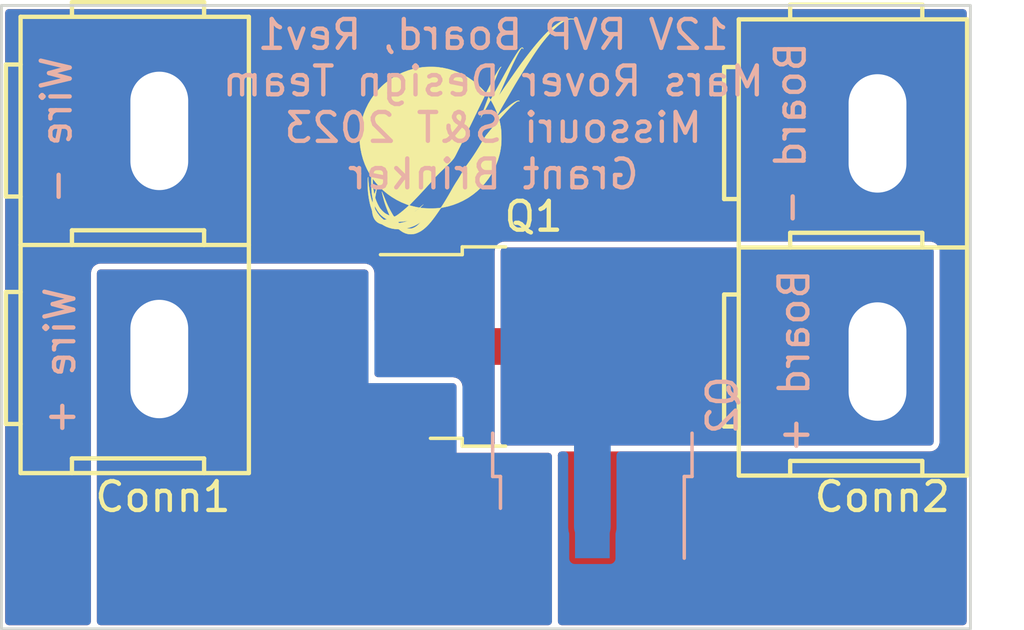
<source format=kicad_pcb>
(kicad_pcb (version 20211014) (generator pcbnew)
  (layers (0 "F.Cu" signal) (31 "B.Cu" signal) (34 "B.Paste" user) (35 "F.Paste" user) (36 "B.SilkS" user "B.Silkscreen") (37 "F.SilkS" user "F.Silkscreen") (38 "B.Mask" user) (39 "F.Mask" user) (44 "Edge.Cuts" user))
  (net 0 "")
  (net 1 "GND")
  (net 2 "Net-(Conn1-Pad2)")
  (net 3 "+36V")
  (footprint "Package_TO_SOT_SMD:TO-252-3_TabPin2" (layer "F.Cu") (at 158.115 69.977)
    (fp_text reference "Q1" (at 0 -4.5) (layer "F.SilkS"))
    (fp_text value "Q_PMOS_GDS")
    (fp_line (start -2.47 -3.45) (end -2.47 -3.18) (layer "F.SilkS") (width 0.12))
    (fp_line (start -0.97 3.45) (end -2.47 3.45) (layer "F.SilkS") (width 0.12))
    (fp_line (start -2.47 3.45) (end -2.47 3.18) (layer "F.SilkS") (width 0.12))
    (fp_line (start -2.47 3.18) (end -3.57 3.18) (layer "F.SilkS") (width 0.12))
    (fp_line (start -0.97 -3.45) (end -2.47 -3.45) (layer "F.SilkS") (width 0.12))
    (fp_line (start -2.47 -3.18) (end -5.3 -3.18) (layer "F.SilkS") (width 0.12))
    (pad "1" smd rect (at -4.2 -2.28) (size 2.2 1.2) (layers "F.Cu" "F.Paste" "F.Mask") (net 1 "GND"))
    (pad "2" smd rect (at -4.2 0) (size 2.2 1.2) (layers "F.Cu" "F.Paste" "F.Mask") (net 3 "+36V"))
    (pad "2" smd rect (at 2.1 0) (size 6.4 5.8) (layers "F.Cu" "F.Mask") (net 3 "+36V"))
    (pad "3" smd rect (at -4.2 2.28) (size 2.2 1.2) (layers "F.Cu" "F.Paste" "F.Mask") (net 2 "Net-(Conn1-Pad2)"))
  )
  (footprint "MRDT_Silkscreens:0_MRDT_Logo_7.5mm" (layer "F.Cu") (at 155.829 62.357)
    (fp_text reference "G***" hide)
    (fp_text value "LOGO" hide)
    (fp_poly (pts (xy 3.612401 -3.730434) (xy 3.6613 -3.723382) (xy 3.701114 -3.711807) (xy 3.707187 -3.709178) (xy 3.731558 -3.697884) (xy 3.709147 -3.701675) (xy 3.631145 -3.710423) (xy 3.558085 -3.70984) (xy 3.493284 -3.699963) (xy 3.490608 -3.699299) (xy 3.415095 -3.674466) (xy 3.336405 -3.637255) (xy 3.25427 -3.587447) (xy 3.168422 -3.524823) (xy 3.078592 -3.449166) (xy 2.984511 -3.360257) (xy 2.885912 -3.257876) (xy 2.782526 -3.141807) (xy 2.731008 -3.081032) (xy 2.68328 -3.023388) (xy 2.637682 -2.967177) (xy 2.593501 -2.911366) (xy 2.550022 -2.854921) (xy 2.50653 -2.796809) (xy 2.462311 -2.735999) (xy 2.41665 -2.671457) (xy 2.368832 -2.602149) (xy 2.318144 -2.527044) (xy 2.26387 -2.445107) (xy 2.205296 -2.355307) (xy 2.141708 -2.256611) (xy 2.072391 -2.147984) (xy 1.996629 -2.028395) (xy 1.932962 -1.927412) (xy 1.787775 -1.693288) (xy 1.648132 -1.461188) (xy 1.516277 -1.234858) (xy 1.483092 -1.176618) (xy 1.453103 -1.123999) (xy 1.418358 -1.06348) (xy 1.38172 -1.000015) (xy 1.346048 -0.93856) (xy 1.314748 -0.884999) (xy 1.283574 -0.831559) (xy 1.249377 -0.772377) (xy 1.214797 -0.712058) (xy 1.182473 -0.655206) (xy 1.155045 -0.606426) (xy 1.154168 -0.604852) (xy 1.130513 -0.562485) (xy 1.108072 -0.522426) (xy 1.088339 -0.487332) (xy 1.072806 -0.459857) (xy 1.062966 -0.442655) (xy 1.062657 -0.442122) (xy 1.043864 -0.409862) (xy 1.014862 -0.486946) (xy 0.99965 -0.525069) (xy 0.980739 -0.568853) (xy 0.959075 -0.616436) (xy 0.935609 -0.665958) (xy 0.911289 -0.715557) (xy 0.887064 -0.763372) (xy 0.863882 -0.807541) (xy 0.842693 -0.846203) (xy 0.824444 -0.877497) (xy 0.810086 -0.899561) (xy 0.800566 -0.910535) (xy 0.798498 -0.911412) (xy 0.793478 -0.905166) (xy 0.782703 -0.887847) (xy 0.767415 -0.86158) (xy 0.748857 -0.828494) (xy 0.73192 -0.797486) (xy 0.704572 -0.747039) (xy 0.675246 -0.69329) (xy 0.644836 -0.637843) (xy 0.614235 -0.582304) (xy 0.584335 -0.528278) (xy 0.556031 -0.477371) (xy 0.530214 -0.431188) (xy 0.507779 -0.391334) (xy 0.489618 -0.359415) (xy 0.476625 -0.337036) (xy 0.469692 -0.325803) (xy 0.469054 -0.324971) (xy 0.468536 -0.32825) (xy 0.472507 -0.342979) (xy 0.480212 -0.366617) (xy 0.487918 -0.388471) (xy 0.506633 -0.439894) (xy 0.527437 -0.496621) (xy 0.549734 -0.557068) (xy 0.57293 -0.619652) (xy 0.596431 -0.682788) (xy 0.619641 -0.744894) (xy 0.641967 -0.804384) (xy 0.662814 -0.859676) (xy 0.681586 -0.909186) (xy 0.69769 -0.951329) (xy 0.710531 -0.984523) (xy 0.719513 -1.007183) (xy 0.724044 -1.017725) (xy 0.724364 -1.018241) (xy 0.730665 -1.01532) (xy 0.742484 -1.002243) (xy 0.757556 -0.981609) (xy 0.761756 -0.975286) (xy 0.777339 -0.952255) (xy 0.790039 -0.935112) (xy 0.797585 -0.926881) (xy 0.798362 -0.926567) (xy 0.803092 -0.932927) (xy 0.813726 -0.950623) (xy 0.8292 -0.977776) (xy 0.848451 -1.012506) (xy 0.870416 -1.05293) (xy 0.881529 -1.073652) (xy 0.9077 -1.122381) (xy 0.939035 -1.18028) (xy 0.973418 -1.243472) (xy 1.008736 -1.308077) (xy 1.042876 -1.370217) (xy 1.063599 -1.407747) (xy 1.09368 -1.462187) (xy 1.129015 -1.526288) (xy 1.167706 -1.596597) (xy 1.207853 -1.669659) (xy 1.247556 -1.742018) (xy 1.284916 -1.81022) (xy 1.297941 -1.83403) (xy 1.358475 -1.943859) (xy 1.417934 -2.050029) (xy 1.475673 -2.151456) (xy 1.531048 -2.247063) (xy 1.583416 -2.335766) (xy 1.632132 -2.416488) (xy 1.676552 -2.488146) (xy 1.716032 -2.54966) (xy 1.749928 -2.599949) (xy 1.775531 -2.635248) (xy 1.811393 -2.678491) (xy 1.843378 -2.709582) (xy 1.870954 -2.728225) (xy 1.893593 -2.734125) (xy 1.910763 -2.726985) (xy 1.918742 -2.715208) (xy 1.926137 -2.695252) (xy 1.92741 -2.68352) (xy 1.923201 -2.681953) (xy 1.914152 -2.692494) (xy 1.912242 -2.695524) (xy 1.897827 -2.713034) (xy 1.884433 -2.717928) (xy 1.884256 -2.717896) (xy 1.870216 -2.708935) (xy 1.850771 -2.686557) (xy 1.826158 -2.651183) (xy 1.796612 -2.603231) (xy 1.76237 -2.54312) (xy 1.723669 -2.471271) (xy 1.680743 -2.388102) (xy 1.63383 -2.294032) (xy 1.583167 -2.18948) (xy 1.565086 -2.15153) (xy 1.547279 -2.113587) (xy 1.525545 -2.066587) (xy 1.500431 -2.011761) (xy 1.472484 -1.950338) (xy 1.442249 -1.883547) (xy 1.410275 -1.812617) (xy 1.377108 -1.738779) (xy 1.343295 -1.663261) (xy 1.309383 -1.587293) (xy 1.275918 -1.512105) (xy 1.243448 -1.438926) (xy 1.212519 -1.368986) (xy 1.183679 -1.303513) (xy 1.157473 -1.243739) (xy 1.13445 -1.190891) (xy 1.115155 -1.1462) (xy 1.100136 -1.110894) (xy 1.089939 -1.086205) (xy 1.085112 -1.07336) (xy 1.084829 -1.071779) (xy 1.089402 -1.077124) (xy 1.101115 -1.093233) (xy 1.118807 -1.118441) (xy 1.14132 -1.151086) (xy 1.167497 -1.189506) (xy 1.187823 -1.219605) (xy 1.221708 -1.269646) (xy 1.261824 -1.328364) (xy 1.307148 -1.394295) (xy 1.356656 -1.465976) (xy 1.409323 -1.541943) (xy 1.464127 -1.620735) (xy 1.520042 -1.700889) (xy 1.576045 -1.78094) (xy 1.631112 -1.859427) (xy 1.684219 -1.934886) (xy 1.734341 -2.005855) (xy 1.780456 -2.07087) (xy 1.821539 -2.128469) (xy 1.856566 -2.177188) (xy 1.884513 -2.215565) (xy 1.892397 -2.226236) (xy 2.028769 -2.407571) (xy 2.158821 -2.575797) (xy 2.282835 -2.731208) (xy 2.401093 -2.874097) (xy 2.513877 -3.004759) (xy 2.621469 -3.123487) (xy 2.724151 -3.230576) (xy 2.822204 -3.32632) (xy 2.915912 -3.411013) (xy 3.005555 -3.484948) (xy 3.091416 -3.54842) (xy 3.173777 -3.601723) (xy 3.25292 -3.645151) (xy 3.253441 -3.64541) (xy 3.312435 -3.673565) (xy 3.362646 -3.694701) (xy 3.40775 -3.710041) (xy 3.451427 -3.72081) (xy 3.497354 -3.728231) (xy 3.505245 -3.729199) (xy 3.558891 -3.732522) (xy 3.612401 -3.730434)) (layer "F.SilkS") (width 0.01) (fill solid))
    (fp_poly (pts (xy 0.463176 -0.31003) (xy 0.459441 -0.306294) (xy 0.455706 -0.31003) (xy 0.459441 -0.313765) (xy 0.463176 -0.31003)) (layer "F.SilkS") (width 0.01) (fill solid))
    (fp_poly (pts (xy 1.164063 -2.064908) (xy 1.160151 -2.055904) (xy 1.147428 -2.03675) (xy 1.140129 -2.026415) (xy 1.126475 -2.006259) (xy 1.113096 -1.984136) (xy 1.099154 -1.958276) (xy 1.083809 -1.92691) (xy 1.066222 -1.888269) (xy 1.045552 -1.840584) (xy 1.020961 -1.782085) (xy 0.999068 -1.729148) (xy 0.980449 -1.68344) (xy 0.957485 -1.626311) (xy 0.931172 -1.560296) (xy 0.902506 -1.487927) (xy 0.872482 -1.41174) (xy 0.842095 -1.334267) (xy 0.812342 -1.258042) (xy 0.784218 -1.185599) (xy 0.758719 -1.119472) (xy 0.736839 -1.062195) (xy 0.732486 -1.050704) (xy 0.724422 -1.029377) (xy 0.682519 -1.086756) (xy 0.663992 -1.110745) (xy 0.648348 -1.128455) (xy 0.637751 -1.137567) (xy 0.634736 -1.137964) (xy 0.630556 -1.130337) (xy 0.620451 -1.110382) (xy 0.604977 -1.079232) (xy 0.584689 -1.038024) (xy 0.560142 -0.98789) (xy 0.531892 -0.929967) (xy 0.500492 -0.865388) (xy 0.466499 -0.795289) (xy 0.430468 -0.720803) (xy 0.416089 -0.69103) (xy 0.333305 -0.519637) (xy 0.256487 -0.360809) (xy 0.185181 -0.213618) (xy 0.118932 -0.077138) (xy 0.057289 0.04956) (xy -0.000204 0.167402) (xy -0.053998 0.277316) (xy -0.104549 0.380229) (xy -0.15231 0.477068) (xy -0.197733 0.568761) (xy -0.241273 0.656236) (xy -0.283383 0.740418) (xy -0.307353 0.788147) (xy -0.33984 0.853124) (xy -0.367581 0.908983) (xy -0.391563 0.957004) (xy -0.412772 0.998471) (xy -0.432195 1.034667) (xy -0.450819 1.066873) (xy -0.469629 1.096373) (xy -0.489613 1.124449) (xy -0.511758 1.152384) (xy -0.53705 1.18146) (xy -0.566475 1.21296) (xy -0.601021 1.248166) (xy -0.641673 1.288362) (xy -0.689418 1.334829) (xy -0.745244 1.38885) (xy -0.810137 1.451708) (xy -0.840442 1.481159) (xy -0.895103 1.534645) (xy -0.948581 1.587532) (xy -0.99948 1.638402) (xy -1.046404 1.685837) (xy -1.087958 1.728419) (xy -1.122747 1.764728) (xy -1.149375 1.793346) (xy -1.164875 1.810953) (xy -1.207029 1.860518) (xy -1.258146 1.919126) (xy -1.31673 1.985148) (xy -1.381287 2.056958) (xy -1.450322 2.132925) (xy -1.522338 2.211423) (xy -1.595843 2.290822) (xy -1.669339 2.369495) (xy -1.741334 2.445813) (xy -1.81033 2.518149) (xy -1.874834 2.584873) (xy -1.885389 2.595687) (xy -1.921087 2.632312) (xy -1.952961 2.665212) (xy -1.979633 2.692949) (xy -1.999727 2.714087) (xy -2.011863 2.727185) (xy -2.014911 2.730919) (xy -2.005728 2.73419) (xy -1.984924 2.740175) (xy -1.95541 2.748132) (xy -1.920101 2.757318) (xy -1.881911 2.766989) (xy -1.843751 2.776404) (xy -1.808537 2.78482) (xy -1.779181 2.791493) (xy -1.76784 2.793898) (xy -1.719861 2.802945) (xy -1.684993 2.807709) (xy -1.662058 2.808279) (xy -1.649878 2.804742) (xy -1.648075 2.80278) (xy -1.640937 2.795738) (xy -1.624787 2.781743) (xy -1.602335 2.763105) (xy -1.586001 2.749879) (xy -1.527736 2.703139) (xy -1.586692 2.758745) (xy -1.645649 2.814351) (xy -1.62031 2.818886) (xy -1.575397 2.825382) (xy -1.521567 2.830644) (xy -1.460857 2.834687) (xy -1.395309 2.837526) (xy -1.326961 2.839176) (xy -1.257854 2.839651) (xy -1.190026 2.838967) (xy -1.125519 2.837139) (xy -1.06637 2.834181) (xy -1.014621 2.830109) (xy -0.97231 2.824937) (xy -0.941478 2.81868) (xy -0.928118 2.813819) (xy -0.919576 2.805005) (xy -0.904457 2.784521) (xy -0.883566 2.753686) (xy -0.85771 2.713822) (xy -0.827694 2.666246) (xy -0.794323 2.61228) (xy -0.758403 2.553243) (xy -0.720741 2.490455) (xy -0.682141 2.425235) (xy -0.643409 2.358904) (xy -0.605351 2.292781) (xy -0.568772 2.228186) (xy -0.548927 2.192617) (xy -0.517435 2.136798) (xy -0.483613 2.078521) (xy -0.449432 2.021069) (xy -0.416864 1.967725) (xy -0.387881 1.921771) (xy -0.369453 1.893794) (xy -0.341883 1.851696) (xy -0.309864 1.800549) (xy -0.275918 1.744521) (xy -0.242565 1.687778) (xy -0.212325 1.634488) (xy -0.209299 1.629021) (xy -0.172173 1.56343) (xy -0.135664 1.502808) (xy -0.097147 1.44308) (xy -0.053995 1.380172) (xy -0.004688 1.311521) (xy 0.1009 1.163995) (xy 0.200677 1.01824) (xy 0.296963 0.870662) (xy 0.392078 0.717665) (xy 0.488341 0.555656) (xy 0.533072 0.478117) (xy 0.559914 0.431994) (xy 0.584339 0.392181) (xy 0.60855 0.355558) (xy 0.634748 0.319007) (xy 0.665134 0.279407) (xy 0.701911 0.233639) (xy 0.728136 0.201706) (xy 0.76433 0.157801) (xy 0.800332 0.114009) (xy 0.834101 0.072819) (xy 0.863594 0.036725) (xy 0.886771 0.008219) (xy 0.896418 -0.003736) (xy 0.919636 -0.032337) (xy 0.949033 -0.068102) (xy 0.981115 -0.106801) (xy 1.012392 -0.14421) (xy 1.017563 -0.150357) (xy 1.043029 -0.181192) (xy 1.064637 -0.208491) (xy 1.0807 -0.23003) (xy 1.08953 -0.243586) (xy 1.090706 -0.24667) (xy 1.088712 -0.257888) (xy 1.083584 -0.278276) (xy 1.076596 -0.303442) (xy 1.069025 -0.328996) (xy 1.062147 -0.350547) (xy 1.057237 -0.363702) (xy 1.056147 -0.365593) (xy 1.049624 -0.362568) (xy 1.035607 -0.351467) (xy 1.018223 -0.335711) (xy 1.000982 -0.320175) (xy 0.992912 -0.315027) (xy 0.994476 -0.320556) (xy 0.994888 -0.321236) (xy 1.005333 -0.339397) (xy 1.018182 -0.363249) (xy 1.023251 -0.373052) (xy 1.033446 -0.392215) (xy 1.039699 -0.399656) (xy 1.044622 -0.39708) (xy 1.04891 -0.389792) (xy 1.052931 -0.383679) (xy 1.058009 -0.381585) (xy 1.066065 -0.384709) (xy 1.079018 -0.394252) (xy 1.09879 -0.411415) (xy 1.1273 -0.437399) (xy 1.132094 -0.441805) (xy 1.216648 -0.518894) (xy 1.291976 -0.586126) (xy 1.359189 -0.644429) (xy 1.419401 -0.694731) (xy 1.473725 -0.737961) (xy 1.523273 -0.775046) (xy 1.569158 -0.806915) (xy 1.572558 -0.809171) (xy 1.633376 -0.846829) (xy 1.685417 -0.873636) (xy 1.728424 -0.889499) (xy 1.762137 -0.894328) (xy 1.786297 -0.88803) (xy 1.789206 -0.886025) (xy 1.797181 -0.879039) (xy 1.795696 -0.875628) (xy 1.782588 -0.874461) (xy 1.770124 -0.874297) (xy 1.736819 -0.869357) (xy 1.703773 -0.85355) (xy 1.702302 -0.852624) (xy 1.676136 -0.834136) (xy 1.642246 -0.807403) (xy 1.603386 -0.774832) (xy 1.56231 -0.73883) (xy 1.52177 -0.701804) (xy 1.484521 -0.666161) (xy 1.456764 -0.637973) (xy 1.433713 -0.613401) (xy 1.404511 -0.581898) (xy 1.370692 -0.545153) (xy 1.333788 -0.504854) (xy 1.295334 -0.462691) (xy 1.25686 -0.420352) (xy 1.219901 -0.379526) (xy 1.18599 -0.341902) (xy 1.156658 -0.309168) (xy 1.133439 -0.283014) (xy 1.117866 -0.265128) (xy 1.112758 -0.258976) (xy 1.096292 -0.238043) (xy 1.116498 -0.147036) (xy 1.133096 -0.06799) (xy 1.146002 0.004352) (xy 1.155704 0.074214) (xy 1.162691 0.145818) (xy 1.167451 0.223389) (xy 1.170472 0.311149) (xy 1.170727 0.321961) (xy 1.171663 0.44341) (xy 1.168408 0.554275) (xy 1.160573 0.658417) (xy 1.147772 0.7597) (xy 1.129618 0.861988) (xy 1.105969 0.968127) (xy 1.054257 1.150228) (xy 0.988882 1.32693) (xy 0.91037 1.497514) (xy 0.819249 1.661262) (xy 0.716043 1.817457) (xy 0.60128 1.96538) (xy 0.475485 2.104315) (xy 0.339184 2.233544) (xy 0.192904 2.352348) (xy 0.03717 2.46001) (xy -0.008257 2.488181) (xy -0.163293 2.574247) (xy -0.325471 2.649535) (xy -0.492306 2.713107) (xy -0.661313 2.764028) (xy -0.830008 2.801361) (xy -0.847912 2.804508) (xy -0.887183 2.812502) (xy -0.912522 2.820746) (xy -0.924744 2.829291) (xy -0.931521 2.838955) (xy -0.945482 2.859084) (xy -0.96535 2.887829) (xy -0.989847 2.923341) (xy -1.017698 2.963771) (xy -1.039672 2.995706) (xy -1.121656 3.112097) (xy -1.198779 3.215614) (xy -1.271883 3.307191) (xy -1.341809 3.387763) (xy -1.409399 3.458267) (xy -1.475493 3.519637) (xy -1.540933 3.572809) (xy -1.59032 3.608025) (xy -1.633847 3.634601) (xy -1.683955 3.660941) (xy -1.735892 3.684844) (xy -1.784905 3.70411) (xy -1.823205 3.715818) (xy -1.88447 3.726696) (xy -1.950764 3.731533) (xy -2.015575 3.730106) (xy -2.063326 3.724053) (xy -2.151856 3.699685) (xy -2.236703 3.660865) (xy -2.317753 3.607648) (xy -2.345809 3.58512) (xy -2.367465 3.568256) (xy -2.385093 3.559502) (xy -2.405134 3.556309) (xy -2.419379 3.556) (xy -2.519493 3.550132) (xy -2.621078 3.533187) (xy -2.645237 3.52663) (xy -2.093141 3.52663) (xy -2.082799 3.533117) (xy -2.073089 3.53615) (xy -2.058919 3.53778) (xy -2.034411 3.538579) (xy -2.00415 3.538428) (xy -1.994647 3.53818) (xy -1.951069 3.535033) (xy -1.91511 3.527795) (xy -1.884241 3.516998) (xy -1.833743 3.493941) (xy -1.788551 3.467537) (xy -1.744636 3.435018) (xy -1.697968 3.393617) (xy -1.681424 3.377677) (xy -1.657009 3.353355) (xy -1.638861 3.334429) (xy -1.628327 3.322375) (xy -1.626749 3.31867) (xy -1.628589 3.319637) (xy -1.705804 3.367594) (xy -1.772522 3.405837) (xy -1.829312 3.434692) (xy -1.83203 3.435954) (xy -1.872121 3.453138) (xy -1.918037 3.470698) (xy -1.965624 3.487239) (xy -2.010729 3.501362) (xy -2.049199 3.511673) (xy -2.069446 3.515793) (xy -2.088663 3.520702) (xy -2.093141 3.52663) (xy -2.645237 3.52663) (xy -2.720691 3.506152) (xy -2.81489 3.470012) (xy -2.900234 3.425755) (xy -2.922476 3.41178) (xy -2.948201 3.396812) (xy -2.973487 3.385178) (xy -2.988236 3.380522) (xy -3.007688 3.374744) (xy -3.035027 3.364305) (xy -3.064817 3.351306) (xy -3.069162 3.349265) (xy -3.128924 3.312747) (xy -3.12902 3.312656) (xy -2.401514 3.312656) (xy -2.399036 3.318579) (xy -2.392053 3.326587) (xy -2.390405 3.328342) (xy -2.381059 3.337558) (xy -2.371771 3.343256) (xy -2.359652 3.345522) (xy -2.341813 3.344445) (xy -2.315365 3.340111) (xy -2.277419 3.332608) (xy -2.273749 3.331863) (xy -2.243221 3.325056) (xy -2.208246 3.316299) (xy -2.171528 3.306392) (xy -2.135772 3.296135) (xy -2.103682 3.286328) (xy -2.07796 3.27777) (xy -2.061312 3.27126) (xy -2.05644 3.2676) (xy -2.056445 3.267594) (xy -2.064526 3.267563) (xy -2.083731 3.269831) (xy -2.110499 3.273946) (xy -2.121901 3.275897) (xy -2.154492 3.280856) (xy -2.196507 3.286143) (xy -2.242461 3.291119) (xy -2.285742 3.295051) (xy -2.331755 3.298806) (xy -2.364608 3.301894) (xy -2.386031 3.304864) (xy -2.397756 3.308268) (xy -2.401514 3.312656) (xy -3.12902 3.312656) (xy -3.180742 3.264122) (xy -3.224116 3.204235) (xy -3.258546 3.133936) (xy -3.283532 3.054069) (xy -3.298574 2.965484) (xy -3.299182 2.959584) (xy -3.304439 2.927459) (xy -3.31367 2.889367) (xy -3.324971 2.853073) (xy -3.326073 2.850029) (xy -3.355315 2.760027) (xy -3.359077 2.745441) (xy -3.213499 2.745441) (xy -3.210241 2.798876) (xy -3.206939 2.831415) (xy -3.200215 2.858094) (xy -3.187919 2.886007) (xy -3.178554 2.903464) (xy -3.114985 3.006287) (xy -3.045965 3.095608) (xy -2.971021 3.172014) (xy -2.939677 3.198769) (xy -2.894853 3.235081) (xy -2.846294 3.23045) (xy -2.821 3.227655) (xy -2.802338 3.224874) (xy -2.794623 3.222822) (xy -2.793022 3.22081) (xy -2.794448 3.218158) (xy -2.801249 3.213202) (xy -2.815773 3.204278) (xy -2.84037 3.189725) (xy -2.846294 3.186234) (xy -2.927943 3.131218) (xy -3.001257 3.066886) (xy -3.06743 2.991907) (xy -3.127655 2.90495) (xy -3.176366 2.818079) (xy -3.213499 2.745441) (xy -3.359077 2.745441) (xy -3.38189 2.656998) (xy -3.405441 2.542678) (xy -3.425607 2.4188) (xy -3.441343 2.29347) (xy -3.444776 2.254355) (xy -3.447656 2.206763) (xy -3.449967 2.152962) (xy -3.451694 2.095217) (xy -3.452822 2.035795) (xy -3.453333 1.976962) (xy -3.453213 1.920985) (xy -3.452445 1.87013) (xy -3.451013 1.826663) (xy -3.448902 1.792852) (xy -3.446095 1.770962) (xy -3.445031 1.766794) (xy -3.440914 1.755493) (xy -3.438626 1.75492) (xy -3.437525 1.766586) (xy -3.437071 1.78547) (xy -3.434645 1.844824) (xy -3.429418 1.915308) (xy -3.42183 1.993466) (xy -3.412323 2.075846) (xy -3.40134 2.158991) (xy -3.389322 2.239446) (xy -3.376711 2.313758) (xy -3.363948 2.378471) (xy -3.357768 2.405647) (xy -3.346354 2.451145) (xy -3.334256 2.496018) (xy -3.322165 2.538045) (xy -3.310772 2.575006) (xy -3.300769 2.604679) (xy -3.292846 2.624844) (xy -3.287694 2.633279) (xy -3.286934 2.633304) (xy -3.280072 2.621211) (xy -3.276642 2.597455) (xy -3.276638 2.564914) (xy -3.280056 2.526465) (xy -3.286889 2.484985) (xy -3.287221 2.483363) (xy -3.298042 2.427683) (xy -3.306836 2.374389) (xy -3.313809 2.320946) (xy -3.319171 2.264816) (xy -3.323128 2.203464) (xy -3.32589 2.134352) (xy -3.327663 2.054946) (xy -3.328532 1.979706) (xy -3.329696 1.834217) (xy -3.286694 1.834217) (xy -3.285976 1.863245) (xy -3.284494 1.89939) (xy -3.282378 1.940056) (xy -3.279757 1.982652) (xy -3.276761 2.024583) (xy -3.273521 2.063256) (xy -3.271464 2.084294) (xy -3.267314 2.119359) (xy -3.2618 2.159568) (xy -3.255412 2.201987) (xy -3.248642 2.243684) (xy -3.241979 2.281724) (xy -3.235914 2.313175) (xy -3.230938 2.335104) (xy -3.228062 2.343836) (xy -3.224028 2.340802) (xy -3.21663 2.325838) (xy -3.206877 2.301302) (xy -3.195781 2.269551) (xy -3.194416 2.265395) (xy -3.177609 2.215275) (xy -3.162579 2.173187) (xy -3.149895 2.140562) (xy -3.140125 2.118832) (xy -3.133838 2.109428) (xy -3.132449 2.109414) (xy -3.1327 2.117503) (xy -3.135676 2.137289) (xy -3.140883 2.165881) (xy -3.147829 2.200386) (xy -3.148529 2.203714) (xy -3.158067 2.250814) (xy -3.168227 2.30411) (xy -3.177529 2.355716) (xy -3.182315 2.383997) (xy -3.196858 2.473142) (xy -3.174157 2.538321) (xy -3.155162 2.588302) (xy -3.131672 2.64311) (xy -3.105668 2.698628) (xy -3.079126 2.750741) (xy -3.054025 2.795331) (xy -3.040013 2.817455) (xy -3.004388 2.864636) (xy -2.961157 2.91324) (xy -2.914848 2.958564) (xy -2.869992 2.995904) (xy -2.863778 3.000448) (xy -2.841167 3.015316) (xy -2.813324 3.031697) (xy -2.783231 3.048082) (xy -2.753873 3.062962) (xy -2.728232 3.07483) (xy -2.709292 3.082175) (xy -2.700037 3.08349) (xy -2.699855 3.083344) (xy -2.70123 3.075578) (xy -2.70769 3.057846) (xy -2.71792 3.033685) (xy -2.720193 3.028635) (xy -2.742249 2.977878) (xy -2.76706 2.917121) (xy -2.793002 2.850652) (xy -2.818451 2.782755) (xy -2.841782 2.717716) (xy -2.861371 2.659822) (xy -2.868571 2.637117) (xy -2.881021 2.595503) (xy -2.894453 2.54847) (xy -2.908264 2.498366) (xy -2.921849 2.44754) (xy -2.934602 2.398339) (xy -2.945921 2.353112) (xy -2.9552 2.314207) (xy -2.961835 2.283972) (xy -2.965221 2.264754) (xy -2.965529 2.260496) (xy -2.962805 2.263358) (xy -2.955207 2.278628) (xy -2.943377 2.304828) (xy -2.927958 2.340481) (xy -2.909591 2.384108) (xy -2.888919 2.434232) (xy -2.873271 2.472764) (xy -2.840464 2.553392) (xy -2.811619 2.622615) (xy -2.785519 2.683043) (xy -2.760943 2.737286) (xy -2.736674 2.787955) (xy -2.711494 2.837658) (xy -2.684184 2.889005) (xy -2.653525 2.944607) (xy -2.650213 2.95053) (xy -2.620416 3.003359) (xy -2.596649 3.044408) (xy -2.577924 3.075091) (xy -2.563253 3.096817) (xy -2.551649 3.110998) (xy -2.542122 3.119046) (xy -2.533686 3.122372) (xy -2.529705 3.122706) (xy -2.516165 3.118726) (xy -2.493855 3.107986) (xy -2.466253 3.092281) (xy -2.445506 3.079205) (xy -2.415054 3.058253) (xy -2.37734 3.030865) (xy -2.336579 3.000176) (xy -2.296982 2.969321) (xy -2.285938 2.960483) (xy -2.278777 2.954617) (xy -1.845236 2.954617) (xy -1.8415 2.958353) (xy -1.837765 2.954617) (xy -1.8415 2.950882) (xy -1.845236 2.954617) (xy -2.278777 2.954617) (xy -2.271067 2.948301) (xy -1.830294 2.948301) (xy -1.824584 2.946886) (xy -1.807514 2.935941) (xy -1.779178 2.915531) (xy -1.739668 2.885722) (xy -1.719632 2.870312) (xy -1.694473 2.850328) (xy -1.6749 2.833723) (xy -1.663209 2.822517) (xy -1.661025 2.818838) (xy -1.667605 2.822003) (xy -1.683251 2.832562) (xy -1.705387 2.848543) (xy -1.731435 2.867975) (xy -1.75882 2.888888) (xy -1.784963 2.909311) (xy -1.807289 2.927273) (xy -1.823221 2.940803) (xy -1.830182 2.947931) (xy -1.830294 2.948301) (xy -2.271067 2.948301) (xy -2.253783 2.934144) (xy -2.21848 2.904515) (xy -2.181737 2.873111) (xy -2.145267 2.841447) (xy -2.11078 2.811038) (xy -2.079986 2.783399) (xy -2.054596 2.760044) (xy -2.03632 2.742488) (xy -2.026869 2.732246) (xy -2.026015 2.730309) (xy -2.033488 2.727035) (xy -2.052216 2.719716) (xy -2.079415 2.70942) (xy -2.1123 2.697214) (xy -2.11398 2.696596) (xy -2.287979 2.624993) (xy -2.455944 2.540587) (xy -2.616867 2.444125) (xy -2.769739 2.336353) (xy -2.91355 2.218017) (xy -3.047293 2.089861) (xy -3.169958 1.952631) (xy -3.23817 1.865779) (xy -3.257034 1.841021) (xy -3.272593 1.821547) (xy -3.282724 1.809962) (xy -3.285316 1.807882) (xy -3.286517 1.814898) (xy -3.286694 1.834217) (xy -3.329696 1.834217) (xy -3.330475 1.736911) (xy -3.380425 1.654735) (xy -3.471597 1.490482) (xy -3.549438 1.319618) (xy -3.613976 1.14206) (xy -3.665239 0.957726) (xy -3.703255 0.766533) (xy -3.721278 0.635) (xy -3.724761 0.593396) (xy -3.727343 0.540292) (xy -3.729026 0.479102) (xy -3.729808 0.41324) (xy -3.729689 0.34612) (xy -3.72867 0.281155) (xy -3.726751 0.221761) (xy -3.723932 0.17135) (xy -3.721278 0.141941) (xy -3.691963 -0.054251) (xy -3.649205 -0.243927) (xy -3.59299 -0.427122) (xy -3.523304 -0.60387) (xy -3.440133 -0.774204) (xy -3.343463 -0.938159) (xy -3.23328 -1.095768) (xy -3.190695 -1.150471) (xy -3.152662 -1.19578) (xy -3.106335 -1.24746) (xy -3.054855 -1.302264) (xy -3.001364 -1.35695) (xy -2.949002 -1.408271) (xy -2.900913 -1.452983) (xy -2.879912 -1.471452) (xy -2.729663 -1.590718) (xy -2.571687 -1.697309) (xy -2.406549 -1.79098) (xy -2.234817 -1.871482) (xy -2.057058 -1.938569) (xy -1.873838 -1.991993) (xy -1.685723 -2.031509) (xy -1.550147 -2.050911) (xy -1.494552 -2.055942) (xy -1.428282 -2.059657) (xy -1.355217 -2.062028) (xy -1.279233 -2.063024) (xy -1.204209 -2.062615) (xy -1.134022 -2.060772) (xy -1.072551 -2.057463) (xy -1.042147 -2.054834) (xy -0.848681 -2.027744) (xy -0.661228 -1.986995) (xy -0.47963 -1.932521) (xy -0.303727 -1.864257) (xy -0.13336 -1.782135) (xy 0.03163 -1.686091) (xy 0.191403 -1.576059) (xy 0.276411 -1.510121) (xy 0.30902 -1.482505) (xy 0.347915 -1.447507) (xy 0.390829 -1.407365) (xy 0.435495 -1.364314) (xy 0.479646 -1.32059) (xy 0.521015 -1.278431) (xy 0.557335 -1.240073) (xy 0.58634 -1.207751) (xy 0.601382 -1.189524) (xy 0.617187 -1.169835) (xy 0.629341 -1.155893) (xy 0.635 -1.150853) (xy 0.639132 -1.157222) (xy 0.649129 -1.175392) (xy 0.664176 -1.203801) (xy 0.68346 -1.240887) (xy 0.706164 -1.285087) (xy 0.731475 -1.334838) (xy 0.748766 -1.369069) (xy 0.802377 -1.4744) (xy 0.853936 -1.573543) (xy 0.902996 -1.665723) (xy 0.949112 -1.750168) (xy 0.991835 -1.826104) (xy 1.030719 -1.892759) (xy 1.065318 -1.94936) (xy 1.095185 -1.995132) (xy 1.119873 -2.029304) (xy 1.138935 -2.051103) (xy 1.146438 -2.057266) (xy 1.15941 -2.064962) (xy 1.164063 -2.064908)) (layer "F.SilkS") (width 0.01) (fill solid))
  )
  (footprint "MRDT_Connectors:Square_Anderson_2_V_Side_By_Side" (layer "F.Cu") (at 145.288 66.548 -90)
    (fp_text reference "Conn1" (at 8.636 0) (layer "F.SilkS"))
    (fp_text value "AndersonPP")
    (fp_line (start 7.305 -1.424) (end 7.305 3.148) (layer "F.SilkS") (width 0.15))
    (fp_line (start 7.305 3.148) (end 7.813 3.148) (layer "F.SilkS") (width 0.15))
    (fp_line (start -0.5956 3.148) (end -0.0876 3.148) (layer "F.SilkS") (width 0.15))
    (fp_line (start -8.495 -1.424) (end -8.495 3.148) (layer "F.SilkS") (width 0.15))
    (fp_line (start -8.495 3.148) (end -7.987 3.148) (layer "F.SilkS") (width 0.15))
    (fp_line (start 1.541 5.434) (end 6.113 5.434) (layer "F.SilkS") (width 0.15))
    (fp_line (start 6.113 5.434) (end 6.113 4.926) (layer "F.SilkS") (width 0.15))
    (fp_line (start 7.813 4.926) (end -0.087 4.926) (layer "F.SilkS") (width 0.15))
    (fp_line (start -6.336 4.926) (end -6.336 5.434) (layer "F.SilkS") (width 0.15))
    (fp_line (start -0.5956 -1.424) (end -0.5956 3.148) (layer "F.SilkS") (width 0.15))
    (fp_line (start -6.336 5.434) (end -1.764 5.434) (layer "F.SilkS") (width 0.15))
    (fp_line (start -7.987 -1.424) (end -8.495 -1.424) (layer "F.SilkS") (width 0.15))
    (fp_line (start 7.813 4.926) (end 7.813 -2.974) (layer "F.SilkS") (width 0.15))
    (fp_line (start 1.541 4.926) (end 1.541 5.434) (layer "F.SilkS") (width 0.15))
    (fp_line (start -0.0876 -1.424) (end -0.5956 -1.424) (layer "F.SilkS") (width 0.15))
    (fp_line (start -7.987 4.926) (end -7.987 -2.974) (layer "F.SilkS") (width 0.15))
    (fp_line (start 7.813 -2.974) (end -0.087 -2.974) (layer "F.SilkS") (width 0.15))
    (fp_line (start -0.087 -2.974) (end -7.987 -2.974) (layer "F.SilkS") (width 0.15))
    (fp_line (start 7.813 -1.424) (end 7.305 -1.424) (layer "F.SilkS") (width 0.15))
    (fp_line (start -0.087 4.926) (end -0.087 -2.974) (layer "F.SilkS") (width 0.15))
    (fp_line (start -1.764 5.434) (end -1.764 4.926) (layer "F.SilkS") (width 0.15))
    (fp_line (start -0.087 4.926) (end -7.987 4.926) (layer "F.SilkS") (width 0.15))
    (pad "1" thru_hole oval locked (at -4.037 0.126 180) (size 3 5.1) (drill oval 2 4.1) (layers F&B.Cu *.Mask) (net 1 "GND"))
    (pad "2" thru_hole oval locked (at 3.863 0.126 180) (size 3 5.1) (drill oval 2 4.1) (layers F&B.Cu *.Mask) (net 2 "Net-(Conn1-Pad2)"))
  )
  (footprint "MRDT_Connectors:Square_Anderson_2_V_Side_By_Side" (layer "F.Cu") (at 170.14 66.635 -90)
    (fp_text reference "Conn2" (at 8.549 -0.04 180) (layer "F.SilkS"))
    (fp_text value "AndersonPP")
    (fp_line (start -0.087 -2.974) (end -7.987 -2.974) (layer "F.SilkS") (width 0.15))
    (fp_line (start 7.813 4.926) (end 7.813 -2.974) (layer "F.SilkS") (width 0.15))
    (fp_line (start 7.813 -1.424) (end 7.305 -1.424) (layer "F.SilkS") (width 0.15))
    (fp_line (start -0.5956 3.148) (end -0.0876 3.148) (layer "F.SilkS") (width 0.15))
    (fp_line (start 7.305 3.148) (end 7.813 3.148) (layer "F.SilkS") (width 0.15))
    (fp_line (start -0.087 4.926) (end -7.987 4.926) (layer "F.SilkS") (width 0.15))
    (fp_line (start -0.087 4.926) (end -0.087 -2.974) (layer "F.SilkS") (width 0.15))
    (fp_line (start -8.495 3.148) (end -7.987 3.148) (layer "F.SilkS") (width 0.15))
    (fp_line (start -0.0876 -1.424) (end -0.5956 -1.424) (layer "F.SilkS") (width 0.15))
    (fp_line (start 7.305 -1.424) (end 7.305 3.148) (layer "F.SilkS") (width 0.15))
    (fp_line (start -7.987 4.926) (end -7.987 -2.974) (layer "F.SilkS") (width 0.15))
    (fp_line (start -0.5956 -1.424) (end -0.5956 3.148) (layer "F.SilkS") (width 0.15))
    (fp_line (start -8.495 -1.424) (end -8.495 3.148) (layer "F.SilkS") (width 0.15))
    (fp_line (start 1.541 5.434) (end 6.113 5.434) (layer "F.SilkS") (width 0.15))
    (fp_line (start -6.336 4.926) (end -6.336 5.434) (layer "F.SilkS") (width 0.15))
    (fp_line (start -1.764 5.434) (end -1.764 4.926) (layer "F.SilkS") (width 0.15))
    (fp_line (start 7.813 4.926) (end -0.087 4.926) (layer "F.SilkS") (width 0.15))
    (fp_line (start -7.987 -1.424) (end -8.495 -1.424) (layer "F.SilkS") (width 0.15))
    (fp_line (start 1.541 4.926) (end 1.541 5.434) (layer "F.SilkS") (width 0.15))
    (fp_line (start 7.813 -2.974) (end -0.087 -2.974) (layer "F.SilkS") (width 0.15))
    (fp_line (start 6.113 5.434) (end 6.113 4.926) (layer "F.SilkS") (width 0.15))
    (fp_line (start -6.336 5.434) (end -1.764 5.434) (layer "F.SilkS") (width 0.15))
    (pad "1" thru_hole oval locked (at -4.037 0.126 180) (size 3 5.1) (drill oval 2 4.1) (layers F&B.Cu *.Mask) (net 1 "GND"))
    (pad "2" thru_hole oval locked (at 3.863 0.126 180) (size 3 5.1) (drill oval 2 4.1) (layers F&B.Cu *.Mask) (net 3 "+36V"))
  )
  (footprint "Package_TO_SOT_SMD:TO-252-3_TabPin2" (layer "B.Cu") (at 160.147 72.009 90)
    (fp_text reference "Q2" (at 0 4.5 90) (layer "B.SilkS") (effects (justify mirror)))
    (fp_text value "Q_PMOS_GDS")
    (fp_line (start -0.97 -3.45) (end -2.47 -3.45) (layer "B.SilkS") (width 0.12))
    (fp_line (start -2.47 3.18) (end -5.3 3.18) (layer "B.SilkS") (width 0.12))
    (fp_line (start -0.97 3.45) (end -2.47 3.45) (layer "B.SilkS") (width 0.12))
    (fp_line (start -2.47 -3.18) (end -3.57 -3.18) (layer "B.SilkS") (width 0.12))
    (fp_line (start -2.47 -3.45) (end -2.47 -3.18) (layer "B.SilkS") (width 0.12))
    (fp_line (start -2.47 3.45) (end -2.47 3.18) (layer "B.SilkS") (width 0.12))
    (pad "1" smd rect (at -4.2 2.28 90) (size 2.2 1.2) (layers "B.Cu" "B.Paste" "B.Mask") (net 1 "GND"))
    (pad "2" smd rect (at 2.1 0 90) (size 6.4 5.8) (layers "B.Cu" "B.Mask") (net 3 "+36V"))
    (pad "2" smd rect (at -4.2 0 90) (size 2.2 1.2) (layers "B.Cu" "B.Paste" "B.Mask") (net 3 "+36V"))
    (pad "3" smd rect (at -4.2 -2.28 90) (size 2.2 1.2) (layers "B.Cu" "B.Paste" "B.Mask") (net 2 "Net-(Conn1-Pad2)"))
  )
  (gr_rect (start 139.7 58.166) (end 173.228 79.756) (layer "Edge.Cuts") (width 0.1) (fill none))
  (gr_text "Wire -" (at 141.605 62.484 90) (layer "B.SilkS") (effects (font (size 1 1)) (justify mirror)))
  (gr_text "Board +" (at 167.132 70.485 90) (layer "B.SilkS") (effects (font (size 1 1)) (justify mirror)))
  (gr_text "12V RVP Board, Rev1\nMars Rover Design Team\nMissouri S&T 2023\nGrant Brinker" (at 156.718 61.595) (layer "B.SilkS") (effects (font (size 1 1)) (justify mirror)))
  (gr_text "Wire +" (at 141.732 70.485 90) (layer "B.SilkS") (effects (font (size 1 1)) (justify mirror)))
  (gr_text "Board -" (at 167.005 62.611 90) (layer "B.SilkS") (effects (font (size 1 1)) (justify mirror)))
  (segment (start 153.915 69.977) (end 160.215 69.977) (width 1.27) (layer "F.Cu") (net 3))
  (segment (start 160.147 69.909) (end 160.147 76.209) (width 1.27) (layer "B.Cu") (net 3))
  (zone (net 3) (net_name "+36V") (layers F&B.Cu) (priority 1) (connect_pads yes (clearance 0.127)) (min_thickness 0.254) (fill yes (thermal_gap 0.508) (thermal_bridge_width 0.508))
    (polygon (pts (xy 171.958 73.406) (xy 156.972 73.406) (xy 156.972 66.548) (xy 171.958 66.548)))
  )
  (zone (net 2) (net_name "Net-(Conn1-Pad2)") (layers F&B.Cu) (priority 1) (connect_pads yes (clearance 0.127)) (min_thickness 0.254) (fill yes (thermal_gap 0.508) (thermal_bridge_width 0.508))
    (polygon (pts (xy 152.4 71.247) (xy 155.448 71.247) (xy 155.448 73.66) (xy 158.75 73.66) (xy 158.75 79.756) (xy 143.002 79.756) (xy 143.002 67.31) (xy 152.4 67.31)))
  )
  (zone (net 1) (net_name "GND") (layers F&B.Cu) (connect_pads yes (clearance 0.127)) (min_thickness 0.254) (fill yes (thermal_gap 0.508) (thermal_bridge_width 0.508))
    (polygon (pts (xy 173.228 79.756) (xy 139.7 79.756) (xy 139.7 58.166) (xy 173.228 58.166)))
  )
)
</source>
